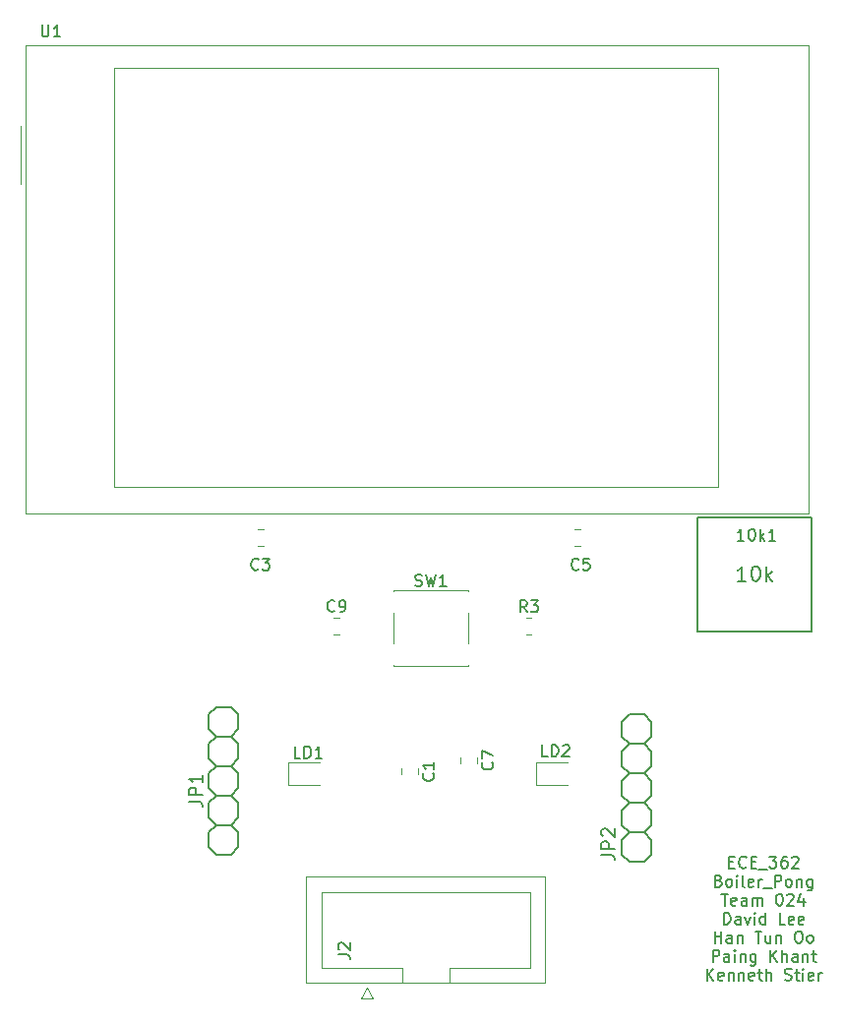
<source format=gbr>
%TF.GenerationSoftware,KiCad,Pcbnew,6.0.4-6f826c9f35~116~ubuntu18.04.1*%
%TF.CreationDate,2022-04-21T22:13:37-04:00*%
%TF.ProjectId,368project,33363870-726f-46a6-9563-742e6b696361,rev?*%
%TF.SameCoordinates,Original*%
%TF.FileFunction,Legend,Top*%
%TF.FilePolarity,Positive*%
%FSLAX46Y46*%
G04 Gerber Fmt 4.6, Leading zero omitted, Abs format (unit mm)*
G04 Created by KiCad (PCBNEW 6.0.4-6f826c9f35~116~ubuntu18.04.1) date 2022-04-21 22:13:37*
%MOMM*%
%LPD*%
G01*
G04 APERTURE LIST*
%ADD10C,0.150000*%
%ADD11C,0.127000*%
%ADD12C,0.120000*%
%ADD13C,0.152400*%
G04 APERTURE END LIST*
D10*
X169743809Y-129718571D02*
X170077142Y-129718571D01*
X170220000Y-130242380D02*
X169743809Y-130242380D01*
X169743809Y-129242380D01*
X170220000Y-129242380D01*
X171220000Y-130147142D02*
X171172380Y-130194761D01*
X171029523Y-130242380D01*
X170934285Y-130242380D01*
X170791428Y-130194761D01*
X170696190Y-130099523D01*
X170648571Y-130004285D01*
X170600952Y-129813809D01*
X170600952Y-129670952D01*
X170648571Y-129480476D01*
X170696190Y-129385238D01*
X170791428Y-129290000D01*
X170934285Y-129242380D01*
X171029523Y-129242380D01*
X171172380Y-129290000D01*
X171220000Y-129337619D01*
X171648571Y-129718571D02*
X171981904Y-129718571D01*
X172124761Y-130242380D02*
X171648571Y-130242380D01*
X171648571Y-129242380D01*
X172124761Y-129242380D01*
X172315238Y-130337619D02*
X173077142Y-130337619D01*
X173220000Y-129242380D02*
X173839047Y-129242380D01*
X173505714Y-129623333D01*
X173648571Y-129623333D01*
X173743809Y-129670952D01*
X173791428Y-129718571D01*
X173839047Y-129813809D01*
X173839047Y-130051904D01*
X173791428Y-130147142D01*
X173743809Y-130194761D01*
X173648571Y-130242380D01*
X173362857Y-130242380D01*
X173267619Y-130194761D01*
X173220000Y-130147142D01*
X174696190Y-129242380D02*
X174505714Y-129242380D01*
X174410476Y-129290000D01*
X174362857Y-129337619D01*
X174267619Y-129480476D01*
X174220000Y-129670952D01*
X174220000Y-130051904D01*
X174267619Y-130147142D01*
X174315238Y-130194761D01*
X174410476Y-130242380D01*
X174600952Y-130242380D01*
X174696190Y-130194761D01*
X174743809Y-130147142D01*
X174791428Y-130051904D01*
X174791428Y-129813809D01*
X174743809Y-129718571D01*
X174696190Y-129670952D01*
X174600952Y-129623333D01*
X174410476Y-129623333D01*
X174315238Y-129670952D01*
X174267619Y-129718571D01*
X174220000Y-129813809D01*
X175172380Y-129337619D02*
X175220000Y-129290000D01*
X175315238Y-129242380D01*
X175553333Y-129242380D01*
X175648571Y-129290000D01*
X175696190Y-129337619D01*
X175743809Y-129432857D01*
X175743809Y-129528095D01*
X175696190Y-129670952D01*
X175124761Y-130242380D01*
X175743809Y-130242380D01*
X168862857Y-131328571D02*
X169005714Y-131376190D01*
X169053333Y-131423809D01*
X169100952Y-131519047D01*
X169100952Y-131661904D01*
X169053333Y-131757142D01*
X169005714Y-131804761D01*
X168910476Y-131852380D01*
X168529523Y-131852380D01*
X168529523Y-130852380D01*
X168862857Y-130852380D01*
X168958095Y-130900000D01*
X169005714Y-130947619D01*
X169053333Y-131042857D01*
X169053333Y-131138095D01*
X169005714Y-131233333D01*
X168958095Y-131280952D01*
X168862857Y-131328571D01*
X168529523Y-131328571D01*
X169672380Y-131852380D02*
X169577142Y-131804761D01*
X169529523Y-131757142D01*
X169481904Y-131661904D01*
X169481904Y-131376190D01*
X169529523Y-131280952D01*
X169577142Y-131233333D01*
X169672380Y-131185714D01*
X169815238Y-131185714D01*
X169910476Y-131233333D01*
X169958095Y-131280952D01*
X170005714Y-131376190D01*
X170005714Y-131661904D01*
X169958095Y-131757142D01*
X169910476Y-131804761D01*
X169815238Y-131852380D01*
X169672380Y-131852380D01*
X170434285Y-131852380D02*
X170434285Y-131185714D01*
X170434285Y-130852380D02*
X170386666Y-130900000D01*
X170434285Y-130947619D01*
X170481904Y-130900000D01*
X170434285Y-130852380D01*
X170434285Y-130947619D01*
X171053333Y-131852380D02*
X170958095Y-131804761D01*
X170910476Y-131709523D01*
X170910476Y-130852380D01*
X171815238Y-131804761D02*
X171720000Y-131852380D01*
X171529523Y-131852380D01*
X171434285Y-131804761D01*
X171386666Y-131709523D01*
X171386666Y-131328571D01*
X171434285Y-131233333D01*
X171529523Y-131185714D01*
X171720000Y-131185714D01*
X171815238Y-131233333D01*
X171862857Y-131328571D01*
X171862857Y-131423809D01*
X171386666Y-131519047D01*
X172291428Y-131852380D02*
X172291428Y-131185714D01*
X172291428Y-131376190D02*
X172339047Y-131280952D01*
X172386666Y-131233333D01*
X172481904Y-131185714D01*
X172577142Y-131185714D01*
X172672380Y-131947619D02*
X173434285Y-131947619D01*
X173672380Y-131852380D02*
X173672380Y-130852380D01*
X174053333Y-130852380D01*
X174148571Y-130900000D01*
X174196190Y-130947619D01*
X174243809Y-131042857D01*
X174243809Y-131185714D01*
X174196190Y-131280952D01*
X174148571Y-131328571D01*
X174053333Y-131376190D01*
X173672380Y-131376190D01*
X174815238Y-131852380D02*
X174720000Y-131804761D01*
X174672380Y-131757142D01*
X174624761Y-131661904D01*
X174624761Y-131376190D01*
X174672380Y-131280952D01*
X174720000Y-131233333D01*
X174815238Y-131185714D01*
X174958095Y-131185714D01*
X175053333Y-131233333D01*
X175100952Y-131280952D01*
X175148571Y-131376190D01*
X175148571Y-131661904D01*
X175100952Y-131757142D01*
X175053333Y-131804761D01*
X174958095Y-131852380D01*
X174815238Y-131852380D01*
X175577142Y-131185714D02*
X175577142Y-131852380D01*
X175577142Y-131280952D02*
X175624761Y-131233333D01*
X175720000Y-131185714D01*
X175862857Y-131185714D01*
X175958095Y-131233333D01*
X176005714Y-131328571D01*
X176005714Y-131852380D01*
X176910476Y-131185714D02*
X176910476Y-131995238D01*
X176862857Y-132090476D01*
X176815238Y-132138095D01*
X176720000Y-132185714D01*
X176577142Y-132185714D01*
X176481904Y-132138095D01*
X176910476Y-131804761D02*
X176815238Y-131852380D01*
X176624761Y-131852380D01*
X176529523Y-131804761D01*
X176481904Y-131757142D01*
X176434285Y-131661904D01*
X176434285Y-131376190D01*
X176481904Y-131280952D01*
X176529523Y-131233333D01*
X176624761Y-131185714D01*
X176815238Y-131185714D01*
X176910476Y-131233333D01*
X169077142Y-132462380D02*
X169648571Y-132462380D01*
X169362857Y-133462380D02*
X169362857Y-132462380D01*
X170362857Y-133414761D02*
X170267619Y-133462380D01*
X170077142Y-133462380D01*
X169981904Y-133414761D01*
X169934285Y-133319523D01*
X169934285Y-132938571D01*
X169981904Y-132843333D01*
X170077142Y-132795714D01*
X170267619Y-132795714D01*
X170362857Y-132843333D01*
X170410476Y-132938571D01*
X170410476Y-133033809D01*
X169934285Y-133129047D01*
X171267619Y-133462380D02*
X171267619Y-132938571D01*
X171220000Y-132843333D01*
X171124761Y-132795714D01*
X170934285Y-132795714D01*
X170839047Y-132843333D01*
X171267619Y-133414761D02*
X171172380Y-133462380D01*
X170934285Y-133462380D01*
X170839047Y-133414761D01*
X170791428Y-133319523D01*
X170791428Y-133224285D01*
X170839047Y-133129047D01*
X170934285Y-133081428D01*
X171172380Y-133081428D01*
X171267619Y-133033809D01*
X171743809Y-133462380D02*
X171743809Y-132795714D01*
X171743809Y-132890952D02*
X171791428Y-132843333D01*
X171886666Y-132795714D01*
X172029523Y-132795714D01*
X172124761Y-132843333D01*
X172172380Y-132938571D01*
X172172380Y-133462380D01*
X172172380Y-132938571D02*
X172220000Y-132843333D01*
X172315238Y-132795714D01*
X172458095Y-132795714D01*
X172553333Y-132843333D01*
X172600952Y-132938571D01*
X172600952Y-133462380D01*
X174029523Y-132462380D02*
X174124761Y-132462380D01*
X174220000Y-132510000D01*
X174267619Y-132557619D01*
X174315238Y-132652857D01*
X174362857Y-132843333D01*
X174362857Y-133081428D01*
X174315238Y-133271904D01*
X174267619Y-133367142D01*
X174220000Y-133414761D01*
X174124761Y-133462380D01*
X174029523Y-133462380D01*
X173934285Y-133414761D01*
X173886666Y-133367142D01*
X173839047Y-133271904D01*
X173791428Y-133081428D01*
X173791428Y-132843333D01*
X173839047Y-132652857D01*
X173886666Y-132557619D01*
X173934285Y-132510000D01*
X174029523Y-132462380D01*
X174743809Y-132557619D02*
X174791428Y-132510000D01*
X174886666Y-132462380D01*
X175124761Y-132462380D01*
X175220000Y-132510000D01*
X175267619Y-132557619D01*
X175315238Y-132652857D01*
X175315238Y-132748095D01*
X175267619Y-132890952D01*
X174696190Y-133462380D01*
X175315238Y-133462380D01*
X176172380Y-132795714D02*
X176172380Y-133462380D01*
X175934285Y-132414761D02*
X175696190Y-133129047D01*
X176315238Y-133129047D01*
X169291428Y-135072380D02*
X169291428Y-134072380D01*
X169529523Y-134072380D01*
X169672380Y-134120000D01*
X169767619Y-134215238D01*
X169815238Y-134310476D01*
X169862857Y-134500952D01*
X169862857Y-134643809D01*
X169815238Y-134834285D01*
X169767619Y-134929523D01*
X169672380Y-135024761D01*
X169529523Y-135072380D01*
X169291428Y-135072380D01*
X170720000Y-135072380D02*
X170720000Y-134548571D01*
X170672380Y-134453333D01*
X170577142Y-134405714D01*
X170386666Y-134405714D01*
X170291428Y-134453333D01*
X170720000Y-135024761D02*
X170624761Y-135072380D01*
X170386666Y-135072380D01*
X170291428Y-135024761D01*
X170243809Y-134929523D01*
X170243809Y-134834285D01*
X170291428Y-134739047D01*
X170386666Y-134691428D01*
X170624761Y-134691428D01*
X170720000Y-134643809D01*
X171100952Y-134405714D02*
X171339047Y-135072380D01*
X171577142Y-134405714D01*
X171958095Y-135072380D02*
X171958095Y-134405714D01*
X171958095Y-134072380D02*
X171910476Y-134120000D01*
X171958095Y-134167619D01*
X172005714Y-134120000D01*
X171958095Y-134072380D01*
X171958095Y-134167619D01*
X172862857Y-135072380D02*
X172862857Y-134072380D01*
X172862857Y-135024761D02*
X172767619Y-135072380D01*
X172577142Y-135072380D01*
X172481904Y-135024761D01*
X172434285Y-134977142D01*
X172386666Y-134881904D01*
X172386666Y-134596190D01*
X172434285Y-134500952D01*
X172481904Y-134453333D01*
X172577142Y-134405714D01*
X172767619Y-134405714D01*
X172862857Y-134453333D01*
X174577142Y-135072380D02*
X174100952Y-135072380D01*
X174100952Y-134072380D01*
X175291428Y-135024761D02*
X175196190Y-135072380D01*
X175005714Y-135072380D01*
X174910476Y-135024761D01*
X174862857Y-134929523D01*
X174862857Y-134548571D01*
X174910476Y-134453333D01*
X175005714Y-134405714D01*
X175196190Y-134405714D01*
X175291428Y-134453333D01*
X175339047Y-134548571D01*
X175339047Y-134643809D01*
X174862857Y-134739047D01*
X176148571Y-135024761D02*
X176053333Y-135072380D01*
X175862857Y-135072380D01*
X175767619Y-135024761D01*
X175720000Y-134929523D01*
X175720000Y-134548571D01*
X175767619Y-134453333D01*
X175862857Y-134405714D01*
X176053333Y-134405714D01*
X176148571Y-134453333D01*
X176196190Y-134548571D01*
X176196190Y-134643809D01*
X175720000Y-134739047D01*
X168505714Y-136682380D02*
X168505714Y-135682380D01*
X168505714Y-136158571D02*
X169077142Y-136158571D01*
X169077142Y-136682380D02*
X169077142Y-135682380D01*
X169981904Y-136682380D02*
X169981904Y-136158571D01*
X169934285Y-136063333D01*
X169839047Y-136015714D01*
X169648571Y-136015714D01*
X169553333Y-136063333D01*
X169981904Y-136634761D02*
X169886666Y-136682380D01*
X169648571Y-136682380D01*
X169553333Y-136634761D01*
X169505714Y-136539523D01*
X169505714Y-136444285D01*
X169553333Y-136349047D01*
X169648571Y-136301428D01*
X169886666Y-136301428D01*
X169981904Y-136253809D01*
X170458095Y-136015714D02*
X170458095Y-136682380D01*
X170458095Y-136110952D02*
X170505714Y-136063333D01*
X170600952Y-136015714D01*
X170743809Y-136015714D01*
X170839047Y-136063333D01*
X170886666Y-136158571D01*
X170886666Y-136682380D01*
X171981904Y-135682380D02*
X172553333Y-135682380D01*
X172267619Y-136682380D02*
X172267619Y-135682380D01*
X173315238Y-136015714D02*
X173315238Y-136682380D01*
X172886666Y-136015714D02*
X172886666Y-136539523D01*
X172934285Y-136634761D01*
X173029523Y-136682380D01*
X173172380Y-136682380D01*
X173267619Y-136634761D01*
X173315238Y-136587142D01*
X173791428Y-136015714D02*
X173791428Y-136682380D01*
X173791428Y-136110952D02*
X173839047Y-136063333D01*
X173934285Y-136015714D01*
X174077142Y-136015714D01*
X174172380Y-136063333D01*
X174220000Y-136158571D01*
X174220000Y-136682380D01*
X175648571Y-135682380D02*
X175839047Y-135682380D01*
X175934285Y-135730000D01*
X176029523Y-135825238D01*
X176077142Y-136015714D01*
X176077142Y-136349047D01*
X176029523Y-136539523D01*
X175934285Y-136634761D01*
X175839047Y-136682380D01*
X175648571Y-136682380D01*
X175553333Y-136634761D01*
X175458095Y-136539523D01*
X175410476Y-136349047D01*
X175410476Y-136015714D01*
X175458095Y-135825238D01*
X175553333Y-135730000D01*
X175648571Y-135682380D01*
X176648571Y-136682380D02*
X176553333Y-136634761D01*
X176505714Y-136587142D01*
X176458095Y-136491904D01*
X176458095Y-136206190D01*
X176505714Y-136110952D01*
X176553333Y-136063333D01*
X176648571Y-136015714D01*
X176791428Y-136015714D01*
X176886666Y-136063333D01*
X176934285Y-136110952D01*
X176981904Y-136206190D01*
X176981904Y-136491904D01*
X176934285Y-136587142D01*
X176886666Y-136634761D01*
X176791428Y-136682380D01*
X176648571Y-136682380D01*
X168339047Y-138292380D02*
X168339047Y-137292380D01*
X168720000Y-137292380D01*
X168815238Y-137340000D01*
X168862857Y-137387619D01*
X168910476Y-137482857D01*
X168910476Y-137625714D01*
X168862857Y-137720952D01*
X168815238Y-137768571D01*
X168720000Y-137816190D01*
X168339047Y-137816190D01*
X169767619Y-138292380D02*
X169767619Y-137768571D01*
X169720000Y-137673333D01*
X169624761Y-137625714D01*
X169434285Y-137625714D01*
X169339047Y-137673333D01*
X169767619Y-138244761D02*
X169672380Y-138292380D01*
X169434285Y-138292380D01*
X169339047Y-138244761D01*
X169291428Y-138149523D01*
X169291428Y-138054285D01*
X169339047Y-137959047D01*
X169434285Y-137911428D01*
X169672380Y-137911428D01*
X169767619Y-137863809D01*
X170243809Y-138292380D02*
X170243809Y-137625714D01*
X170243809Y-137292380D02*
X170196190Y-137340000D01*
X170243809Y-137387619D01*
X170291428Y-137340000D01*
X170243809Y-137292380D01*
X170243809Y-137387619D01*
X170720000Y-137625714D02*
X170720000Y-138292380D01*
X170720000Y-137720952D02*
X170767619Y-137673333D01*
X170862857Y-137625714D01*
X171005714Y-137625714D01*
X171100952Y-137673333D01*
X171148571Y-137768571D01*
X171148571Y-138292380D01*
X172053333Y-137625714D02*
X172053333Y-138435238D01*
X172005714Y-138530476D01*
X171958095Y-138578095D01*
X171862857Y-138625714D01*
X171720000Y-138625714D01*
X171624761Y-138578095D01*
X172053333Y-138244761D02*
X171958095Y-138292380D01*
X171767619Y-138292380D01*
X171672380Y-138244761D01*
X171624761Y-138197142D01*
X171577142Y-138101904D01*
X171577142Y-137816190D01*
X171624761Y-137720952D01*
X171672380Y-137673333D01*
X171767619Y-137625714D01*
X171958095Y-137625714D01*
X172053333Y-137673333D01*
X173291428Y-138292380D02*
X173291428Y-137292380D01*
X173862857Y-138292380D02*
X173434285Y-137720952D01*
X173862857Y-137292380D02*
X173291428Y-137863809D01*
X174291428Y-138292380D02*
X174291428Y-137292380D01*
X174720000Y-138292380D02*
X174720000Y-137768571D01*
X174672380Y-137673333D01*
X174577142Y-137625714D01*
X174434285Y-137625714D01*
X174339047Y-137673333D01*
X174291428Y-137720952D01*
X175624761Y-138292380D02*
X175624761Y-137768571D01*
X175577142Y-137673333D01*
X175481904Y-137625714D01*
X175291428Y-137625714D01*
X175196190Y-137673333D01*
X175624761Y-138244761D02*
X175529523Y-138292380D01*
X175291428Y-138292380D01*
X175196190Y-138244761D01*
X175148571Y-138149523D01*
X175148571Y-138054285D01*
X175196190Y-137959047D01*
X175291428Y-137911428D01*
X175529523Y-137911428D01*
X175624761Y-137863809D01*
X176100952Y-137625714D02*
X176100952Y-138292380D01*
X176100952Y-137720952D02*
X176148571Y-137673333D01*
X176243809Y-137625714D01*
X176386666Y-137625714D01*
X176481904Y-137673333D01*
X176529523Y-137768571D01*
X176529523Y-138292380D01*
X176862857Y-137625714D02*
X177243809Y-137625714D01*
X177005714Y-137292380D02*
X177005714Y-138149523D01*
X177053333Y-138244761D01*
X177148571Y-138292380D01*
X177243809Y-138292380D01*
X167839047Y-139902380D02*
X167839047Y-138902380D01*
X168410476Y-139902380D02*
X167981904Y-139330952D01*
X168410476Y-138902380D02*
X167839047Y-139473809D01*
X169220000Y-139854761D02*
X169124761Y-139902380D01*
X168934285Y-139902380D01*
X168839047Y-139854761D01*
X168791428Y-139759523D01*
X168791428Y-139378571D01*
X168839047Y-139283333D01*
X168934285Y-139235714D01*
X169124761Y-139235714D01*
X169220000Y-139283333D01*
X169267619Y-139378571D01*
X169267619Y-139473809D01*
X168791428Y-139569047D01*
X169696190Y-139235714D02*
X169696190Y-139902380D01*
X169696190Y-139330952D02*
X169743809Y-139283333D01*
X169839047Y-139235714D01*
X169981904Y-139235714D01*
X170077142Y-139283333D01*
X170124761Y-139378571D01*
X170124761Y-139902380D01*
X170600952Y-139235714D02*
X170600952Y-139902380D01*
X170600952Y-139330952D02*
X170648571Y-139283333D01*
X170743809Y-139235714D01*
X170886666Y-139235714D01*
X170981904Y-139283333D01*
X171029523Y-139378571D01*
X171029523Y-139902380D01*
X171886666Y-139854761D02*
X171791428Y-139902380D01*
X171600952Y-139902380D01*
X171505714Y-139854761D01*
X171458095Y-139759523D01*
X171458095Y-139378571D01*
X171505714Y-139283333D01*
X171600952Y-139235714D01*
X171791428Y-139235714D01*
X171886666Y-139283333D01*
X171934285Y-139378571D01*
X171934285Y-139473809D01*
X171458095Y-139569047D01*
X172220000Y-139235714D02*
X172600952Y-139235714D01*
X172362857Y-138902380D02*
X172362857Y-139759523D01*
X172410476Y-139854761D01*
X172505714Y-139902380D01*
X172600952Y-139902380D01*
X172934285Y-139902380D02*
X172934285Y-138902380D01*
X173362857Y-139902380D02*
X173362857Y-139378571D01*
X173315238Y-139283333D01*
X173220000Y-139235714D01*
X173077142Y-139235714D01*
X172981904Y-139283333D01*
X172934285Y-139330952D01*
X174553333Y-139854761D02*
X174696190Y-139902380D01*
X174934285Y-139902380D01*
X175029523Y-139854761D01*
X175077142Y-139807142D01*
X175124761Y-139711904D01*
X175124761Y-139616666D01*
X175077142Y-139521428D01*
X175029523Y-139473809D01*
X174934285Y-139426190D01*
X174743809Y-139378571D01*
X174648571Y-139330952D01*
X174600952Y-139283333D01*
X174553333Y-139188095D01*
X174553333Y-139092857D01*
X174600952Y-138997619D01*
X174648571Y-138950000D01*
X174743809Y-138902380D01*
X174981904Y-138902380D01*
X175124761Y-138950000D01*
X175410476Y-139235714D02*
X175791428Y-139235714D01*
X175553333Y-138902380D02*
X175553333Y-139759523D01*
X175600952Y-139854761D01*
X175696190Y-139902380D01*
X175791428Y-139902380D01*
X176124761Y-139902380D02*
X176124761Y-139235714D01*
X176124761Y-138902380D02*
X176077142Y-138950000D01*
X176124761Y-138997619D01*
X176172380Y-138950000D01*
X176124761Y-138902380D01*
X176124761Y-138997619D01*
X176981904Y-139854761D02*
X176886666Y-139902380D01*
X176696190Y-139902380D01*
X176600952Y-139854761D01*
X176553333Y-139759523D01*
X176553333Y-139378571D01*
X176600952Y-139283333D01*
X176696190Y-139235714D01*
X176886666Y-139235714D01*
X176981904Y-139283333D01*
X177029523Y-139378571D01*
X177029523Y-139473809D01*
X176553333Y-139569047D01*
X177458095Y-139902380D02*
X177458095Y-139235714D01*
X177458095Y-139426190D02*
X177505714Y-139330952D01*
X177553333Y-139283333D01*
X177648571Y-139235714D01*
X177743809Y-139235714D01*
%TO.C,U1*%
X110611095Y-57665380D02*
X110611095Y-58474904D01*
X110658714Y-58570142D01*
X110706333Y-58617761D01*
X110801571Y-58665380D01*
X110992047Y-58665380D01*
X111087285Y-58617761D01*
X111134904Y-58570142D01*
X111182523Y-58474904D01*
X111182523Y-57665380D01*
X112182523Y-58665380D02*
X111611095Y-58665380D01*
X111896809Y-58665380D02*
X111896809Y-57665380D01*
X111801571Y-57808238D01*
X111706333Y-57903476D01*
X111611095Y-57951095D01*
%TO.C,C5*%
X156805085Y-104497142D02*
X156757466Y-104544761D01*
X156614609Y-104592380D01*
X156519371Y-104592380D01*
X156376513Y-104544761D01*
X156281275Y-104449523D01*
X156233656Y-104354285D01*
X156186037Y-104163809D01*
X156186037Y-104020952D01*
X156233656Y-103830476D01*
X156281275Y-103735238D01*
X156376513Y-103640000D01*
X156519371Y-103592380D01*
X156614609Y-103592380D01*
X156757466Y-103640000D01*
X156805085Y-103687619D01*
X157709847Y-103592380D02*
X157233656Y-103592380D01*
X157186037Y-104068571D01*
X157233656Y-104020952D01*
X157328894Y-103973333D01*
X157566990Y-103973333D01*
X157662228Y-104020952D01*
X157709847Y-104068571D01*
X157757466Y-104163809D01*
X157757466Y-104401904D01*
X157709847Y-104497142D01*
X157662228Y-104544761D01*
X157566990Y-104592380D01*
X157328894Y-104592380D01*
X157233656Y-104544761D01*
X157186037Y-104497142D01*
%TO.C,C9*%
X135801820Y-108075141D02*
X135754201Y-108122760D01*
X135611344Y-108170379D01*
X135516106Y-108170379D01*
X135373248Y-108122760D01*
X135278010Y-108027522D01*
X135230391Y-107932284D01*
X135182772Y-107741808D01*
X135182772Y-107598951D01*
X135230391Y-107408475D01*
X135278010Y-107313237D01*
X135373248Y-107217999D01*
X135516106Y-107170379D01*
X135611344Y-107170379D01*
X135754201Y-107217999D01*
X135801820Y-107265618D01*
X136278010Y-108170379D02*
X136468487Y-108170379D01*
X136563725Y-108122760D01*
X136611344Y-108075141D01*
X136706582Y-107932284D01*
X136754201Y-107741808D01*
X136754201Y-107360856D01*
X136706582Y-107265618D01*
X136658963Y-107217999D01*
X136563725Y-107170379D01*
X136373248Y-107170379D01*
X136278010Y-107217999D01*
X136230391Y-107265618D01*
X136182772Y-107360856D01*
X136182772Y-107598951D01*
X136230391Y-107694189D01*
X136278010Y-107741808D01*
X136373248Y-107789427D01*
X136563725Y-107789427D01*
X136658963Y-107741808D01*
X136706582Y-107694189D01*
X136754201Y-107598951D01*
%TO.C,LD1*%
X132851333Y-120760380D02*
X132375142Y-120760380D01*
X132375142Y-119760380D01*
X133184666Y-120760380D02*
X133184666Y-119760380D01*
X133422761Y-119760380D01*
X133565619Y-119808000D01*
X133660857Y-119903238D01*
X133708476Y-119998476D01*
X133756095Y-120188952D01*
X133756095Y-120331809D01*
X133708476Y-120522285D01*
X133660857Y-120617523D01*
X133565619Y-120712761D01*
X133422761Y-120760380D01*
X133184666Y-120760380D01*
X134708476Y-120760380D02*
X134137047Y-120760380D01*
X134422761Y-120760380D02*
X134422761Y-119760380D01*
X134327523Y-119903238D01*
X134232285Y-119998476D01*
X134137047Y-120046095D01*
%TO.C,SW1*%
X142737499Y-105924577D02*
X142880356Y-105972196D01*
X143118452Y-105972196D01*
X143213690Y-105924577D01*
X143261309Y-105876958D01*
X143308928Y-105781720D01*
X143308928Y-105686482D01*
X143261309Y-105591244D01*
X143213690Y-105543625D01*
X143118452Y-105496006D01*
X142927975Y-105448387D01*
X142832737Y-105400768D01*
X142785118Y-105353149D01*
X142737499Y-105257911D01*
X142737499Y-105162673D01*
X142785118Y-105067435D01*
X142832737Y-105019816D01*
X142927975Y-104972196D01*
X143166071Y-104972196D01*
X143308928Y-105019816D01*
X143642261Y-104972196D02*
X143880356Y-105972196D01*
X144070833Y-105257911D01*
X144261309Y-105972196D01*
X144499404Y-104972196D01*
X145404166Y-105972196D02*
X144832737Y-105972196D01*
X145118452Y-105972196D02*
X145118452Y-104972196D01*
X145023213Y-105115054D01*
X144927975Y-105210292D01*
X144832737Y-105257911D01*
%TO.C,J2*%
X136109428Y-137671333D02*
X136823714Y-137671333D01*
X136966571Y-137718952D01*
X137061809Y-137814190D01*
X137109428Y-137957047D01*
X137109428Y-138052285D01*
X136204667Y-137242761D02*
X136157048Y-137195142D01*
X136109428Y-137099904D01*
X136109428Y-136861809D01*
X136157048Y-136766571D01*
X136204667Y-136718952D01*
X136299905Y-136671333D01*
X136395143Y-136671333D01*
X136538000Y-136718952D01*
X137109428Y-137290380D01*
X137109428Y-136671333D01*
%TO.C,C3*%
X129238833Y-104497142D02*
X129191214Y-104544761D01*
X129048357Y-104592380D01*
X128953119Y-104592380D01*
X128810261Y-104544761D01*
X128715023Y-104449523D01*
X128667404Y-104354285D01*
X128619785Y-104163809D01*
X128619785Y-104020952D01*
X128667404Y-103830476D01*
X128715023Y-103735238D01*
X128810261Y-103640000D01*
X128953119Y-103592380D01*
X129048357Y-103592380D01*
X129191214Y-103640000D01*
X129238833Y-103687619D01*
X129572166Y-103592380D02*
X130191214Y-103592380D01*
X129857880Y-103973333D01*
X130000738Y-103973333D01*
X130095976Y-104020952D01*
X130143595Y-104068571D01*
X130191214Y-104163809D01*
X130191214Y-104401904D01*
X130143595Y-104497142D01*
X130095976Y-104544761D01*
X130000738Y-104592380D01*
X129715023Y-104592380D01*
X129619785Y-104544761D01*
X129572166Y-104497142D01*
%TO.C,R3*%
X152351298Y-108200379D02*
X152017965Y-107724189D01*
X151779869Y-108200379D02*
X151779869Y-107200379D01*
X152160822Y-107200379D01*
X152256060Y-107247999D01*
X152303679Y-107295618D01*
X152351298Y-107390856D01*
X152351298Y-107533713D01*
X152303679Y-107628951D01*
X152256060Y-107676570D01*
X152160822Y-107724189D01*
X151779869Y-107724189D01*
X152684631Y-107200379D02*
X153303679Y-107200379D01*
X152970345Y-107581332D01*
X153113203Y-107581332D01*
X153208441Y-107628951D01*
X153256060Y-107676570D01*
X153303679Y-107771808D01*
X153303679Y-108009903D01*
X153256060Y-108105141D01*
X153208441Y-108152760D01*
X153113203Y-108200379D01*
X152827488Y-108200379D01*
X152732250Y-108152760D01*
X152684631Y-108105141D01*
D11*
%TO.C,JP2*%
X158764271Y-129112935D02*
X159580700Y-129112935D01*
X159743985Y-129167364D01*
X159852842Y-129276221D01*
X159907271Y-129439507D01*
X159907271Y-129548364D01*
X159907271Y-128568650D02*
X158764271Y-128568650D01*
X158764271Y-128133221D01*
X158818700Y-128024364D01*
X158873128Y-127969935D01*
X158981985Y-127915507D01*
X159145271Y-127915507D01*
X159254128Y-127969935D01*
X159308557Y-128024364D01*
X159362985Y-128133221D01*
X159362985Y-128568650D01*
X158873128Y-127480078D02*
X158818700Y-127425650D01*
X158764271Y-127316792D01*
X158764271Y-127044650D01*
X158818700Y-126935792D01*
X158873128Y-126881364D01*
X158981985Y-126826935D01*
X159090842Y-126826935D01*
X159254128Y-126881364D01*
X159907271Y-127534507D01*
X159907271Y-126826935D01*
%TO.C,JP1*%
X123262571Y-124506264D02*
X124079000Y-124506264D01*
X124242285Y-124560692D01*
X124351142Y-124669550D01*
X124405571Y-124832835D01*
X124405571Y-124941692D01*
X124405571Y-123961978D02*
X123262571Y-123961978D01*
X123262571Y-123526550D01*
X123317000Y-123417692D01*
X123371428Y-123363264D01*
X123480285Y-123308835D01*
X123643571Y-123308835D01*
X123752428Y-123363264D01*
X123806857Y-123417692D01*
X123861285Y-123526550D01*
X123861285Y-123961978D01*
X124405571Y-122220264D02*
X124405571Y-122873407D01*
X124405571Y-122546835D02*
X123262571Y-122546835D01*
X123425857Y-122655692D01*
X123534714Y-122764550D01*
X123589142Y-122873407D01*
D10*
%TO.C,10k1*%
X171039404Y-102052380D02*
X170467976Y-102052380D01*
X170753690Y-102052380D02*
X170753690Y-101052380D01*
X170658452Y-101195238D01*
X170563214Y-101290476D01*
X170467976Y-101338095D01*
X171658452Y-101052380D02*
X171753690Y-101052380D01*
X171848928Y-101100000D01*
X171896547Y-101147619D01*
X171944166Y-101242857D01*
X171991785Y-101433333D01*
X171991785Y-101671428D01*
X171944166Y-101861904D01*
X171896547Y-101957142D01*
X171848928Y-102004761D01*
X171753690Y-102052380D01*
X171658452Y-102052380D01*
X171563214Y-102004761D01*
X171515595Y-101957142D01*
X171467976Y-101861904D01*
X171420357Y-101671428D01*
X171420357Y-101433333D01*
X171467976Y-101242857D01*
X171515595Y-101147619D01*
X171563214Y-101100000D01*
X171658452Y-101052380D01*
X172420357Y-102052380D02*
X172420357Y-101052380D01*
X172515595Y-101671428D02*
X172801309Y-102052380D01*
X172801309Y-101385714D02*
X172420357Y-101766666D01*
X173753690Y-102052380D02*
X173182261Y-102052380D01*
X173467976Y-102052380D02*
X173467976Y-101052380D01*
X173372738Y-101195238D01*
X173277500Y-101290476D01*
X173182261Y-101338095D01*
X171194547Y-105527523D02*
X170468833Y-105527523D01*
X170831690Y-105527523D02*
X170831690Y-104257523D01*
X170710738Y-104438952D01*
X170589785Y-104559904D01*
X170468833Y-104620380D01*
X171980738Y-104257523D02*
X172101690Y-104257523D01*
X172222642Y-104318000D01*
X172283119Y-104378476D01*
X172343595Y-104499428D01*
X172404071Y-104741333D01*
X172404071Y-105043714D01*
X172343595Y-105285619D01*
X172283119Y-105406571D01*
X172222642Y-105467047D01*
X172101690Y-105527523D01*
X171980738Y-105527523D01*
X171859785Y-105467047D01*
X171799309Y-105406571D01*
X171738833Y-105285619D01*
X171678357Y-105043714D01*
X171678357Y-104741333D01*
X171738833Y-104499428D01*
X171799309Y-104378476D01*
X171859785Y-104318000D01*
X171980738Y-104257523D01*
X172948357Y-105527523D02*
X172948357Y-104257523D01*
X173069309Y-105043714D02*
X173432166Y-105527523D01*
X173432166Y-104680857D02*
X172948357Y-105164666D01*
%TO.C,LD2*%
X154138833Y-120645380D02*
X153662642Y-120645380D01*
X153662642Y-119645380D01*
X154472166Y-120645380D02*
X154472166Y-119645380D01*
X154710261Y-119645380D01*
X154853119Y-119693000D01*
X154948357Y-119788238D01*
X154995976Y-119883476D01*
X155043595Y-120073952D01*
X155043595Y-120216809D01*
X154995976Y-120407285D01*
X154948357Y-120502523D01*
X154853119Y-120597761D01*
X154710261Y-120645380D01*
X154472166Y-120645380D01*
X155424547Y-119740619D02*
X155472166Y-119693000D01*
X155567404Y-119645380D01*
X155805500Y-119645380D01*
X155900738Y-119693000D01*
X155948357Y-119740619D01*
X155995976Y-119835857D01*
X155995976Y-119931095D01*
X155948357Y-120073952D01*
X155376928Y-120645380D01*
X155995976Y-120645380D01*
%TO.C,C1*%
X144277142Y-122086666D02*
X144324761Y-122134285D01*
X144372380Y-122277142D01*
X144372380Y-122372380D01*
X144324761Y-122515238D01*
X144229523Y-122610476D01*
X144134285Y-122658095D01*
X143943809Y-122705714D01*
X143800952Y-122705714D01*
X143610476Y-122658095D01*
X143515238Y-122610476D01*
X143420000Y-122515238D01*
X143372380Y-122372380D01*
X143372380Y-122277142D01*
X143420000Y-122134285D01*
X143467619Y-122086666D01*
X144372380Y-121134285D02*
X144372380Y-121705714D01*
X144372380Y-121420000D02*
X143372380Y-121420000D01*
X143515238Y-121515238D01*
X143610476Y-121610476D01*
X143658095Y-121705714D01*
%TO.C,C7*%
X149357142Y-121136666D02*
X149404761Y-121184285D01*
X149452380Y-121327142D01*
X149452380Y-121422380D01*
X149404761Y-121565238D01*
X149309523Y-121660476D01*
X149214285Y-121708095D01*
X149023809Y-121755714D01*
X148880952Y-121755714D01*
X148690476Y-121708095D01*
X148595238Y-121660476D01*
X148500000Y-121565238D01*
X148452380Y-121422380D01*
X148452380Y-121327142D01*
X148500000Y-121184285D01*
X148547619Y-121136666D01*
X148452380Y-120803333D02*
X148452380Y-120136666D01*
X149452380Y-120565238D01*
D12*
%TO.C,U1*%
X168783000Y-61393000D02*
X168783000Y-97393000D01*
X116783000Y-61393000D02*
X168783000Y-61393000D01*
X109163000Y-99723000D02*
X109163000Y-59383000D01*
X168783000Y-97393000D02*
X116783000Y-97393000D01*
X108783000Y-66393000D02*
X108783000Y-71393000D01*
X176603000Y-99723000D02*
X109163000Y-99723000D01*
X109163000Y-59383000D02*
X176603000Y-59383000D01*
X176603000Y-59383000D02*
X176603000Y-99723000D01*
X116783000Y-97393000D02*
X116783000Y-61393000D01*
%TO.C,C5*%
X156449248Y-101043000D02*
X156971752Y-101043000D01*
X156449248Y-102513000D02*
X156971752Y-102513000D01*
%TO.C,C9*%
X135707235Y-108662999D02*
X136229739Y-108662999D01*
X135707235Y-110132999D02*
X136229739Y-110132999D01*
%TO.C,LD1*%
X134518000Y-121138000D02*
X131833000Y-121138000D01*
X131833000Y-123058000D02*
X134518000Y-123058000D01*
X131833000Y-121138000D02*
X131833000Y-123058000D01*
%TO.C,SW1*%
X140840833Y-106339816D02*
X147300833Y-106339816D01*
X140840833Y-106369816D02*
X140840833Y-106339816D01*
X140840833Y-112799816D02*
X140840833Y-112769816D01*
X140840833Y-108269816D02*
X140840833Y-110869816D01*
X147300833Y-106339816D02*
X147300833Y-106369816D01*
X140840833Y-112799816D02*
X147300833Y-112799816D01*
X147300833Y-108269816D02*
X147300833Y-110869816D01*
X147300833Y-112799816D02*
X147300833Y-112769816D01*
%TO.C,J2*%
X133352048Y-140110500D02*
X133352048Y-130990500D01*
X134652048Y-132300500D02*
X152632048Y-132300500D01*
X138562048Y-140500500D02*
X138062048Y-141500500D01*
X145692048Y-138800500D02*
X145692048Y-138800500D01*
X141592048Y-138800500D02*
X134652048Y-138800500D01*
X134652048Y-138800500D02*
X134652048Y-132300500D01*
X139062048Y-141500500D02*
X138562048Y-140500500D01*
X153932048Y-140110500D02*
X133352048Y-140110500D01*
X133352048Y-130990500D02*
X153932048Y-130990500D01*
X152632048Y-132300500D02*
X152632048Y-138800500D01*
X141592048Y-140110500D02*
X141592048Y-138800500D01*
X138062048Y-141500500D02*
X139062048Y-141500500D01*
X152632048Y-138800500D02*
X145692048Y-138800500D01*
X145692048Y-138800500D02*
X145692048Y-140110500D01*
X153932048Y-130990500D02*
X153932048Y-140110500D01*
%TO.C,C3*%
X129144248Y-101043000D02*
X129666752Y-101043000D01*
X129144248Y-102513000D02*
X129666752Y-102513000D01*
%TO.C,R3*%
X152290901Y-108662999D02*
X152745029Y-108662999D01*
X152290901Y-110132999D02*
X152745029Y-110132999D01*
D13*
%TO.C,JP2*%
X160520500Y-129083000D02*
X161155500Y-129718000D01*
X160520500Y-120193000D02*
X161155500Y-119558000D01*
X163060500Y-125273000D02*
X163060500Y-126543000D01*
X160520500Y-129083000D02*
X160520500Y-127813000D01*
X163060500Y-124003000D02*
X162425500Y-124638000D01*
X161155500Y-122098000D02*
X162425500Y-122098000D01*
X161155500Y-127178000D02*
X160520500Y-126543000D01*
X162425500Y-124638000D02*
X163060500Y-125273000D01*
X160520500Y-121463000D02*
X161155500Y-122098000D01*
X160520500Y-124003000D02*
X160520500Y-122733000D01*
X160520500Y-126543000D02*
X160520500Y-125273000D01*
X162425500Y-122098000D02*
X163060500Y-121463000D01*
X163060500Y-117653000D02*
X163060500Y-118923000D01*
X163060500Y-120193000D02*
X163060500Y-121463000D01*
X162425500Y-129718000D02*
X163060500Y-129083000D01*
X161155500Y-119558000D02*
X162425500Y-119558000D01*
X161155500Y-127178000D02*
X162425500Y-127178000D01*
X160520500Y-118923000D02*
X161155500Y-119558000D01*
X160520500Y-127813000D02*
X161155500Y-127178000D01*
X161155500Y-129718000D02*
X162425500Y-129718000D01*
X162425500Y-119558000D02*
X163060500Y-120193000D01*
X162425500Y-127178000D02*
X163060500Y-127813000D01*
X160520500Y-125273000D02*
X161155500Y-124638000D01*
X163060500Y-126543000D02*
X162425500Y-127178000D01*
X163060500Y-127813000D02*
X163060500Y-129083000D01*
X163060500Y-122733000D02*
X163060500Y-124003000D01*
X160520500Y-122733000D02*
X161155500Y-122098000D01*
X161155500Y-117018000D02*
X162425500Y-117018000D01*
X162425500Y-117018000D02*
X163060500Y-117653000D01*
X162425500Y-122098000D02*
X163060500Y-122733000D01*
X161155500Y-124638000D02*
X160520500Y-124003000D01*
X160520500Y-118923000D02*
X160520500Y-117653000D01*
X160520500Y-121463000D02*
X160520500Y-120193000D01*
X161155500Y-124638000D02*
X162425500Y-124638000D01*
X162425500Y-119558000D02*
X163060500Y-118923000D01*
X160520500Y-117653000D02*
X161155500Y-117018000D01*
%TO.C,JP1*%
X124960500Y-118288000D02*
X125595500Y-118923000D01*
X126865500Y-124003000D02*
X127500500Y-124638000D01*
X126865500Y-118923000D02*
X127500500Y-119558000D01*
X124960500Y-120828000D02*
X125595500Y-121463000D01*
X125595500Y-126543000D02*
X124960500Y-125908000D01*
X124960500Y-124638000D02*
X125595500Y-124003000D01*
X126865500Y-121463000D02*
X127500500Y-120828000D01*
X124960500Y-117018000D02*
X125595500Y-116383000D01*
X125595500Y-124003000D02*
X124960500Y-123368000D01*
X126865500Y-121463000D02*
X127500500Y-122098000D01*
X124960500Y-120828000D02*
X124960500Y-119558000D01*
X124960500Y-128448000D02*
X124960500Y-127178000D01*
X124960500Y-125908000D02*
X124960500Y-124638000D01*
X127500500Y-119558000D02*
X127500500Y-120828000D01*
X126865500Y-118923000D02*
X127500500Y-118288000D01*
X126865500Y-129083000D02*
X127500500Y-128448000D01*
X126865500Y-126543000D02*
X127500500Y-127178000D01*
X127500500Y-125908000D02*
X126865500Y-126543000D01*
X125595500Y-129083000D02*
X126865500Y-129083000D01*
X127500500Y-122098000D02*
X127500500Y-123368000D01*
X127500500Y-123368000D02*
X126865500Y-124003000D01*
X124960500Y-123368000D02*
X124960500Y-122098000D01*
X127500500Y-124638000D02*
X127500500Y-125908000D01*
X125595500Y-124003000D02*
X126865500Y-124003000D01*
X124960500Y-128448000D02*
X125595500Y-129083000D01*
X124960500Y-119558000D02*
X125595500Y-118923000D01*
X125595500Y-126543000D02*
X126865500Y-126543000D01*
X124960500Y-127178000D02*
X125595500Y-126543000D01*
X125595500Y-121463000D02*
X126865500Y-121463000D01*
X125595500Y-118923000D02*
X126865500Y-118923000D01*
X124960500Y-118288000D02*
X124960500Y-117018000D01*
X125595500Y-116383000D02*
X126865500Y-116383000D01*
X127500500Y-117018000D02*
X127500500Y-118288000D01*
X127500500Y-127178000D02*
X127500500Y-128448000D01*
X124960500Y-122098000D02*
X125595500Y-121463000D01*
X126865500Y-116383000D02*
X127500500Y-117018000D01*
D10*
%TO.C,10k1*%
X176840500Y-109843000D02*
X176840500Y-100063000D01*
X167060500Y-109843000D02*
X176840500Y-109843000D01*
X167060500Y-100063000D02*
X176840500Y-100063000D01*
X167060500Y-109843000D02*
X167060500Y-100063000D01*
D12*
%TO.C,LD2*%
X155805500Y-121138000D02*
X153120500Y-121138000D01*
X153120500Y-121138000D02*
X153120500Y-123058000D01*
X153120500Y-123058000D02*
X155805500Y-123058000D01*
%TO.C,C1*%
X142975000Y-121658748D02*
X142975000Y-122181252D01*
X141505000Y-121658748D02*
X141505000Y-122181252D01*
%TO.C,C7*%
X148055000Y-120708748D02*
X148055000Y-121231252D01*
X146585000Y-120708748D02*
X146585000Y-121231252D01*
%TD*%
M02*

</source>
